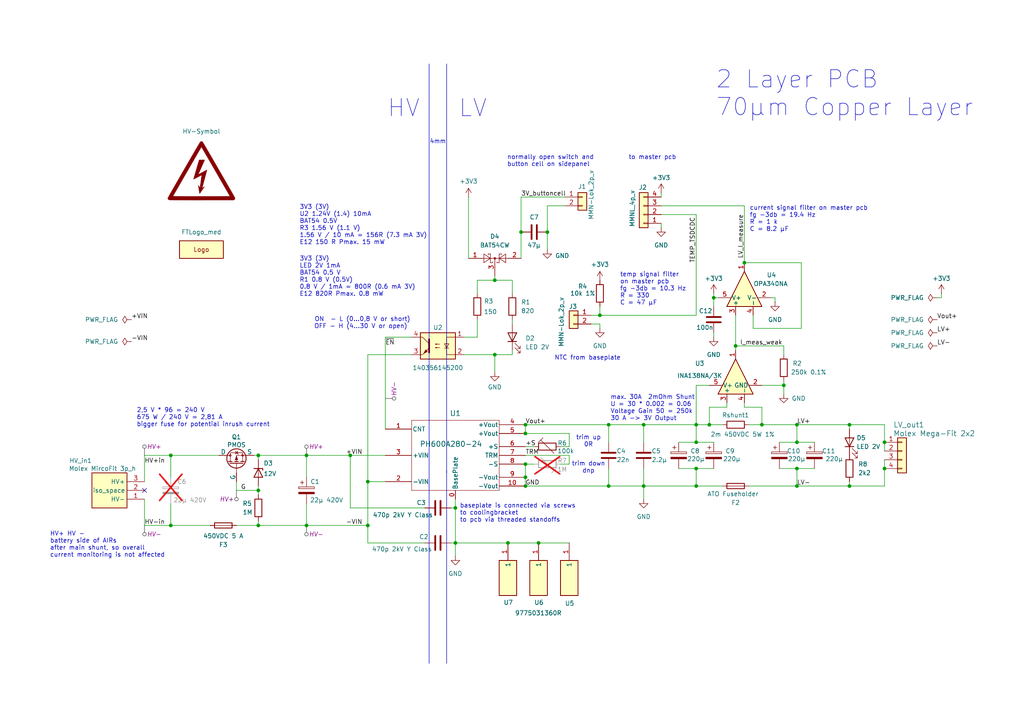
<source format=kicad_sch>
(kicad_sch (version 20231120) (generator "eeschema") (generator_version "8.0")
  (paper "A4")
  (title_block (title "TS-DCDC") (date "2024-12-12") (rev "0.5"))
  (lib_symbols
    (symbol "2024-11-18_21-41-11:PH600A280-24" (pin_names (offset 0.254))
      (property "Reference" "U1" (at 20.32 7.112 0))
      (property "Value" "PH600A280-24" (at 19.05 -1.778 0))
      (symbol "PH600A280-24_1_1"
        (pin passive line (at 20.32 -17.78 90) (length 2.54) (name "BasePlate") (number "0"))
        (pin input line (at 0 2.54 0) (length 7.62) (name "CNT") (number "1"))
        (pin power_out line (at 40.64 -13.97 180) (length 7.62) (name "-Vout") (number "10"))
        (pin power_in line (at 0 -12.7 0) (length 7.62) (name "-VIN") (number "2"))
        (pin power_in line (at 0 -5.08 0) (length 7.62) (name "+VIN") (number "3"))
        (pin power_out line (at 40.64 3.81 180) (length 7.62) (name "+Vout") (number "4"))
        (pin passive line (at 40.64 1.27 180) (length 7.62) (name "+Vout") (number "5"))
        (pin input line (at 40.64 -2.54 180) (length 7.62) (name "+S") (number "6"))
        (pin input line (at 40.64 -5.08 180) (length 7.62) (name "TRM") (number "7"))
        (pin input line (at 40.64 -7.62 180) (length 7.62) (name "-S") (number "8"))
        (pin passive line (at 40.64 -11.43 180) (length 7.62) (name "-Vout") (number "9"))
      )
    )
    (symbol "43650-0317:43650-0317"
      (property "Reference" "HV_in1" (at 18.542 -11.938 0))
      (property "Value" "Molex MircoFit 3p_h" (at 11.43 -9.398 0))
      (symbol "43650-0317_1_1"
        (pin power_out line (at 0 -5.08 0) (length 5.08) (name "HV-") (number "1"))
        (pin passive line (at 0 -2.54 0) (length 5.08) (name "iso_space") (number "2"))
        (pin power_out line (at 0 0 0) (length 5.08) (name "HV+") (number "3"))
      )
    )
    (symbol "9775031360R:9775031360R"
      (property "Reference" "U" (at 16.51 7.62 0))
      (property "Value" "9775031360R" (at 16.51 5.08 0))
      (symbol "9775031360R_1_1"
        (pin passive line (at 0 0 0) (length 5.08) (name "1") (number "1"))
      )
    )
    (symbol "Amplifier_Current:INA138" (pin_names (offset 0.127))
      (property "Reference" "U" (at 3.81 5.08 0))
      (property "Value" "INA138" (at 3.81 2.54 0))
      (symbol "INA138_1_1"
        (pin output line (at 7.62 0 180) (length 2.54) (name "~") (number "1"))
        (pin power_in line (at -2.54 -7.62 90) (length 3.81) (name "GND") (number "2"))
        (pin input line (at -7.62 2.54 0) (length 2.54) (name "+") (number "3"))
        (pin input line (at -7.62 -2.54 0) (length 2.54) (name "-") (number "4"))
        (pin power_in line (at -2.54 7.62 270) (length 3.81) (name "V+") (number "5"))
      )
    )
    (symbol "Amplifier_Operational:OPA340NA" (pin_names (offset 0.127))
      (property "Reference" "U" (at -1.27 6.35 0))
      (property "Value" "OPA340NA" (at -1.27 3.81 0))
      (symbol "OPA340NA_0_1"
        (pin power_in line (at -2.54 -7.62 90) (length 3.81) (name "V-") (number "2"))
        (pin power_in line (at -2.54 7.62 270) (length 3.81) (name "V+") (number "5"))
      )
      (symbol "OPA340NA_1_1"
        (pin output line (at 7.62 0 180) (length 2.54) (name "~") (number "1"))
        (pin input line (at -7.62 2.54 0) (length 2.54) (name "+") (number "3"))
        (pin input line (at -7.62 -2.54 0) (length 2.54) (name "-") (number "4"))
      )
    )
    (symbol "Conn_01x02_1" (pin_names (offset 1.016) hide)
      (property "Reference" "J3" (at -1.016 -5.08 0))
      (property "Value" "MMN-Lok_2p_v" (at 3.556 -7.874 90))
      (symbol "Conn_01x02_1_1_1"
        (pin passive line (at -5.08 -2.54 0) (length 3.81) (name "Pin_1") (number "1"))
        (pin passive line (at -5.08 0 0) (length 3.81) (name "Pin_2") (number "2"))
      )
    )
    (symbol "Conn_01x04_1" (pin_names (offset 1.016) hide)
      (property "Reference" "LV_out1" (at -2.54 7.62 0))
      (property "Value" "Molex Mega-Fit 2x2" (at -2.54 5.08 0))
      (symbol "Conn_01x04_1_1_1"
        (pin power_in line (at -5.08 2.54 0) (length 3.81) (name "Pin_1") (number "1"))
        (pin power_in line (at -5.08 0 0) (length 3.81) (name "Pin_2") (number "2"))
        (pin power_in line (at -5.08 -2.54 0) (length 3.81) (name "Pin_3") (number "3"))
        (pin power_in line (at -5.08 -5.08 0) (length 3.81) (name "Pin_4") (number "4"))
      )
    )
    (symbol "Connector_Generic:Conn_01x02" (pin_names (offset 1.016) hide)
      (property "Reference" "J" (at 0 2.54 0))
      (property "Value" "Conn_01x02" (at 0 -5.08 0))
      (symbol "Conn_01x02_1_1"
        (pin passive line (at -5.08 0 0) (length 3.81) (name "Pin_1") (number "1"))
        (pin passive line (at -5.08 -2.54 0) (length 3.81) (name "Pin_2") (number "2"))
      )
    )
    (symbol "Connector_Generic:Conn_01x04" (pin_names (offset 1.016) hide)
      (property "Reference" "J" (at 0 5.08 0))
      (property "Value" "Conn_01x04" (at 0 -7.62 0))
      (symbol "Conn_01x04_1_1"
        (pin passive line (at -5.08 2.54 0) (length 3.81) (name "Pin_1") (number "1"))
        (pin passive line (at -5.08 0 0) (length 3.81) (name "Pin_2") (number "2"))
        (pin passive line (at -5.08 -2.54 0) (length 3.81) (name "Pin_3") (number "3"))
        (pin passive line (at -5.08 -5.08 0) (length 3.81) (name "Pin_4") (number "4"))
      )
    )
    (symbol "Device:C" (pin_numbers hide) (pin_names (offset 0.254))
      (property "Reference" "C" (at 0.635 2.54 0))
      (property "Value" "C" (at 0.635 -2.54 0))
      (symbol "C_1_1"
        (pin passive line (at 0 3.81 270) (length 2.794) (name "~") (number "1"))
        (pin passive line (at 0 -3.81 90) (length 2.794) (name "~") (number "2"))
      )
    )
    (symbol "Device:C_Polarized" (pin_numbers hide) (pin_names (offset 0.254))
      (property "Reference" "C" (at 0.635 2.54 0))
      (property "Value" "C_Polarized" (at 0.635 -2.54 0))
      (symbol "C_Polarized_1_1"
        (pin passive line (at 0 3.81 270) (length 2.794) (name "~") (number "1"))
        (pin passive line (at 0 -3.81 90) (length 2.794) (name "~") (number "2"))
      )
    )
    (symbol "Device:D_Zener" (pin_numbers hide) (pin_names (offset 1.016) hide)
      (property "Reference" "D" (at 0 2.54 0))
      (property "Value" "D_Zener" (at 0 -2.54 0))
      (symbol "D_Zener_1_1"
        (pin passive line (at -3.81 0 0) (length 2.54) (name "K") (number "1"))
        (pin passive line (at 3.81 0 180) (length 2.54) (name "A") (number "2"))
      )
    )
    (symbol "Device:Fuse" (pin_numbers hide) (pin_names (offset 0))
      (property "Reference" "F" (at 2.032 0 90))
      (property "Value" "Fuse" (at -1.905 0 90))
      (symbol "Fuse_1_1"
        (pin passive line (at 0 3.81 270) (length 1.27) (name "~") (number "1"))
        (pin passive line (at 0 -3.81 90) (length 1.27) (name "~") (number "2"))
      )
    )
    (symbol "Device:LED" (pin_numbers hide) (pin_names (offset 1.016) hide)
      (property "Reference" "D" (at 0 2.54 0))
      (property "Value" "LED" (at 0 -2.54 0))
      (symbol "LED_1_1"
        (pin passive line (at -3.81 0 0) (length 2.54) (name "K") (number "1"))
        (pin passive line (at 3.81 0 180) (length 2.54) (name "A") (number "2"))
      )
    )
    (symbol "Device:R" (pin_numbers hide) (pin_names (offset 0))
      (property "Reference" "R" (at 2.032 0 90))
      (property "Value" "R" (at 0 0 90))
      (symbol "R_1_1"
        (pin passive line (at 0 3.81 270) (length 1.27) (name "~") (number "1"))
        (pin passive line (at 0 -3.81 90) (length 1.27) (name "~") (number "2"))
      )
    )
    (symbol "Device:R_Trim" (pin_numbers hide) (pin_names (offset 0))
      (property "Reference" "R" (at 2.54 -2.54 90))
      (property "Value" "R_Trim" (at -2.54 -0.635 90))
      (symbol "R_Trim_1_1"
        (pin passive line (at 0 3.81 270) (length 1.27) (name "~") (number "1"))
        (pin passive line (at 0 -3.81 90) (length 1.27) (name "~") (number "2"))
      )
    )
    (symbol "Diode:BAT54CW" (pin_names (offset 1.016))
      (property "Reference" "D" (at 0.635 -3.81 0))
      (property "Value" "BAT54CW" (at -6.35 3.175 0))
      (symbol "BAT54CW_1_1"
        (pin passive line (at -7.62 0 0) (length 3.81) (name "~") (number "1"))
        (pin passive line (at 7.62 0 180) (length 3.81) (name "~") (number "2"))
        (pin passive line (at 0 -5.08 90) (length 5.08) (name "~") (number "3"))
      )
    )
    (symbol "FaSTTUBe_logos:FTLogo_med"
      (property "Value" "FTLogo_med" (at 0 -3.81 0))
      (symbol "FTLogo_med_0_0"
        (text "Logo" (at 0 0 0) (effects (font (size 1.27 1.27))))
      )
    )
    (symbol "FaSTTUBe_logos:HV-Symbol" (pin_names (offset 1.016))
      (property "Value" "HV-Symbol" (at 0 -10.16 0))
    )
    (symbol "Fuse_1" (pin_numbers hide) (pin_names (offset 0))
      (property "Reference" "F2" (at 4.826 0 90))
      (property "Value" "ATO Fuseholder" (at 2.286 0.762 90))
      (symbol "Fuse_1_1_1"
        (pin passive line (at 0 3.81 270) (length 1.27) (name "~") (number "1"))
        (pin passive line (at 0 -3.81 90) (length 1.27) (name "~") (number "2"))
      )
    )
    (symbol "Relay_SolidState:34.81-7048"
      (property "Reference" "U2" (at 0 5.334 0))
      (property "Value" "140356145200" (at 0 -6.35 0))
      (symbol "34.81-7048_1_1"
        (pin passive line (at -7.62 2.54 0) (length 2.54) (name "") (number "1"))
        (pin passive line (at -7.62 -2.54 0) (length 2.54) (name "~") (number "2"))
        (pin passive line (at 7.62 -2.54 180) (length 2.54) (name "~") (number "3"))
        (pin passive line (at 7.62 2.54 180) (length 2.54) (name "~") (number "4"))
      )
    )
    (symbol "Simulation_SPICE:PMOS" (pin_numbers hide) (pin_names (offset 0))
      (property "Reference" "Q" (at 5.08 1.27 0))
      (property "Value" "PMOS" (at 5.08 -1.27 0))
      (symbol "PMOS_1_1"
        (pin passive line (at 2.54 5.08 270) (length 2.54) (name "D") (number "1"))
        (pin input line (at -5.08 0 0) (length 2.54) (name "G") (number "2"))
        (pin passive line (at 2.54 -5.08 90) (length 2.54) (name "S") (number "3"))
      )
    )
    (symbol "power:+3V3" (power) (pin_numbers hide) (pin_names (offset 0) hide)
      (property "Value" "+3V3" (at 0 3.556 0))
      (symbol "+3V3_1_1"
        (pin power_in line (at 0 0 90) (length 0) (name "~") (number "1"))
      )
    )
    (symbol "power:GND" (power) (pin_numbers hide) (pin_names (offset 0) hide)
      (property "Value" "GND" (at 0 -3.81 0))
      (symbol "GND_1_1"
        (pin power_in line (at 0 0 270) (length 0) (name "~") (number "1"))
      )
    )
    (symbol "power:PWR_FLAG" (power) (pin_numbers hide) (pin_names (offset 0) hide)
      (property "Value" "PWR_FLAG" (at 0 3.81 0))
      (symbol "PWR_FLAG_0_0"
        (pin power_out line (at 0 0 90) (length 0) (name "~") (number "1"))
      )
    )
  )
  (junction (at 152.4 134.62))
  (junction (at 186.69 123.19))
  (junction (at 207.01 86.36))
  (junction (at 74.93 152.4))
  (junction (at 74.93 142.24))
  (junction (at 106.68 139.7))
  (junction (at 143.51 81.28))
  (junction (at 201.93 128.27))
  (junction (at 213.36 100.33))
  (junction (at 231.14 123.19))
  (junction (at 176.53 123.19))
  (junction (at 151.13 67.31))
  (junction (at 152.4 138.43))
  (junction (at 147.32 157.48))
  (junction (at 201.93 135.89))
  (junction (at 152.4 123.19))
  (junction (at 246.38 123.19))
  (junction (at 49.53 132.08))
  (junction (at 132.08 157.48))
  (junction (at 106.68 152.4))
  (junction (at 152.4 140.97))
  (junction (at 88.9 152.4))
  (junction (at 205.74 123.19))
  (junction (at 201.93 123.19))
  (junction (at 176.53 140.97))
  (junction (at 231.14 128.27))
  (junction (at 88.9 132.08))
  (junction (at 231.14 135.89))
  (junction (at 173.99 91.44))
  (junction (at 158.75 67.31))
  (junction (at 156.21 157.48))
  (junction (at 152.4 125.73))
  (junction (at 201.93 140.97))
  (junction (at 220.98 123.19))
  (junction (at 74.93 132.08))
  (junction (at 256.54 128.27))
  (junction (at 49.53 152.4))
  (junction (at 132.08 147.32))
  (junction (at 186.69 140.97))
  (junction (at 215.9 76.2))
  (junction (at 246.38 140.97))
  (junction (at 101.6 132.08))
  (junction (at 256.54 135.89))
  (junction (at 227.33 111.76))
  (junction (at 143.51 102.87))
  (junction (at 231.14 140.97))
  (no_connect (at 41.91 142.24))
  (wire (pts (xy 231.14 135.89) (xy 231.14 140.97)))
  (wire (pts (xy 231.14 128.27) (xy 236.22 128.27)))
  (wire (pts (xy 41.91 152.4) (xy 41.91 144.78)))
  (wire (pts (xy 176.53 123.19) (xy 176.53 128.27)))
  (wire (pts (xy 176.53 135.89) (xy 176.53 140.97)))
  (wire (pts (xy 111.76 97.79) (xy 111.76 124.46)))
  (wire (pts (xy 158.75 59.69) (xy 158.75 67.31)))
  (wire (pts (xy 148.59 102.87) (xy 148.59 101.6)))
  (wire (pts (xy 201.93 123.19) (xy 205.74 123.19)))
  (wire (pts (xy 152.4 134.62) (xy 154.94 134.62)))
  (wire (pts (xy 226.06 128.27) (xy 231.14 128.27)))
  (wire (pts (xy 201.93 111.76) (xy 205.74 111.76)))
  (wire (pts (xy 143.51 81.28) (xy 143.51 80.01)))
  (wire (pts (xy 73.66 132.08) (xy 74.93 132.08)))
  (wire (pts (xy 273.05 86.36) (xy 271.78 86.36)))
  (wire (pts (xy 106.68 139.7) (xy 111.76 139.7)))
  (wire (pts (xy 151.13 57.15) (xy 163.83 57.15)))
  (wire (pts (xy 132.08 157.48) (xy 130.81 157.48)))
  (wire (pts (xy 106.68 139.7) (xy 106.68 152.4)))
  (wire (pts (xy 201.93 62.23) (xy 201.93 91.44)))
  (wire (pts (xy 173.99 93.98) (xy 171.45 93.98)))
  (wire (pts (xy 138.43 81.28) (xy 138.43 85.09)))
  (wire (pts (xy 132.08 157.48) (xy 147.32 157.48)))
  (wire (pts (xy 205.74 123.19) (xy 209.55 123.19)))
  (wire (pts (xy 165.1 129.54) (xy 162.56 129.54)))
  (wire (pts (xy 134.62 97.79) (xy 138.43 97.79)))
  (wire (pts (xy 207.01 96.52) (xy 207.01 97.79)))
  (wire (pts (xy 201.93 111.76) (xy 201.93 123.19)))
  (wire (pts (xy 210.82 116.84) (xy 210.82 118.11)))
  (wire (pts (xy 210.82 118.11) (xy 205.74 118.11)))
  (wire (pts (xy 135.89 57.15) (xy 135.89 74.93)))
  (wire (pts (xy 74.93 132.08) (xy 88.9 132.08)))
  (wire (pts (xy 218.44 95.25) (xy 232.41 95.25)))
  (wire (pts (xy 165.1 134.62) (xy 165.1 132.08)))
  (wire (pts (xy 227.33 111.76) (xy 227.33 114.3)))
  (wire (pts (xy 152.4 123.19) (xy 176.53 123.19)))
  (polyline (pts (xy 124.46 18.542) (xy 124.46 192.405)))
  (wire (pts (xy 88.9 152.4) (xy 106.68 152.4)))
  (wire (pts (xy 208.28 86.36) (xy 207.01 86.36)))
  (wire (pts (xy 191.77 66.04) (xy 191.77 64.77)))
  (wire (pts (xy 151.13 57.15) (xy 151.13 67.31)))
  (wire (pts (xy 152.4 138.43) (xy 152.4 134.62)))
  (wire (pts (xy 41.91 152.4) (xy 49.53 152.4)))
  (wire (pts (xy 74.93 152.4) (xy 88.9 152.4)))
  (wire (pts (xy 217.17 140.97) (xy 231.14 140.97)))
  (wire (pts (xy 132.08 147.32) (xy 132.08 157.48)))
  (wire (pts (xy 143.51 81.28) (xy 148.59 81.28)))
  (wire (pts (xy 143.51 102.87) (xy 148.59 102.87)))
  (wire (pts (xy 220.98 118.11) (xy 220.98 123.19)))
  (wire (pts (xy 224.79 87.63) (xy 224.79 86.36)))
  (wire (pts (xy 186.69 123.19) (xy 201.93 123.19)))
  (wire (pts (xy 152.4 129.54) (xy 154.94 129.54)))
  (wire (pts (xy 49.53 146.05) (xy 49.53 152.4)))
  (wire (pts (xy 74.93 133.35) (xy 74.93 132.08)))
  (wire (pts (xy 74.93 143.51) (xy 74.93 142.24)))
  (wire (pts (xy 68.58 139.7) (xy 68.58 142.24)))
  (wire (pts (xy 106.68 152.4) (xy 106.68 157.48)))
  (wire (pts (xy 213.36 91.44) (xy 213.36 100.33)))
  (wire (pts (xy 186.69 140.97) (xy 201.93 140.97)))
  (wire (pts (xy 49.53 132.08) (xy 63.5 132.08)))
  (wire (pts (xy 173.99 88.9) (xy 173.99 91.44)))
  (wire (pts (xy 213.36 100.33) (xy 227.33 100.33)))
  (wire (pts (xy 68.58 152.4) (xy 74.93 152.4)))
  (wire (pts (xy 173.99 91.44) (xy 201.93 91.44)))
  (wire (pts (xy 186.69 123.19) (xy 186.69 128.27)))
  (wire (pts (xy 186.69 140.97) (xy 186.69 144.78)))
  (wire (pts (xy 220.98 111.76) (xy 227.33 111.76)))
  (wire (pts (xy 201.93 128.27) (xy 207.01 128.27)))
  (wire (pts (xy 186.69 135.89) (xy 186.69 140.97)))
  (wire (pts (xy 201.93 135.89) (xy 201.93 140.97)))
  (wire (pts (xy 158.75 67.31) (xy 158.75 72.39)))
  (wire (pts (xy 220.98 118.11) (xy 215.9 118.11)))
  (wire (pts (xy 226.06 135.89) (xy 231.14 135.89)))
  (wire (pts (xy 106.68 102.87) (xy 119.38 102.87)))
  (wire (pts (xy 132.08 144.78) (xy 132.08 147.32)))
  (polyline (pts (xy 129.54 136.525) (xy 129.54 192.405)))
  (wire (pts (xy 152.4 123.19) (xy 152.4 125.73)))
  (wire (pts (xy 88.9 132.08) (xy 88.9 138.43)))
  (wire (pts (xy 191.77 57.15) (xy 191.77 55.88)))
  (wire (pts (xy 232.41 76.2) (xy 215.9 76.2)))
  (wire (pts (xy 201.93 140.97) (xy 209.55 140.97)))
  (wire (pts (xy 165.1 125.73) (xy 152.4 125.73)))
  (wire (pts (xy 74.93 142.24) (xy 74.93 140.97)))
  (wire (pts (xy 205.74 118.11) (xy 205.74 123.19)))
  (wire (pts (xy 88.9 132.08) (xy 101.6 132.08)))
  (wire (pts (xy 147.32 157.48) (xy 156.21 157.48)))
  (wire (pts (xy 138.43 81.28) (xy 143.51 81.28)))
  (wire (pts (xy 101.6 132.08) (xy 111.76 132.08)))
  (wire (pts (xy 196.85 128.27) (xy 201.93 128.27)))
  (wire (pts (xy 106.68 102.87) (xy 106.68 139.7)))
  (wire (pts (xy 196.85 135.89) (xy 201.93 135.89)))
  (wire (pts (xy 232.41 95.25) (xy 232.41 76.2)))
  (wire (pts (xy 162.56 134.62) (xy 165.1 134.62)))
  (wire (pts (xy 163.83 59.69) (xy 158.75 59.69)))
  (wire (pts (xy 246.38 124.46) (xy 246.38 123.19)))
  (wire (pts (xy 176.53 123.19) (xy 186.69 123.19)))
  (wire (pts (xy 49.53 152.4) (xy 60.96 152.4)))
  (wire (pts (xy 213.36 100.33) (xy 213.36 101.6)))
  (wire (pts (xy 224.79 86.36) (xy 223.52 86.36)))
  (wire (pts (xy 173.99 91.44) (xy 171.45 91.44)))
  (wire (pts (xy 74.93 151.13) (xy 74.93 152.4)))
  (wire (pts (xy 231.14 135.89) (xy 236.22 135.89)))
  (wire (pts (xy 217.17 123.19) (xy 220.98 123.19)))
  (wire (pts (xy 215.9 59.69) (xy 215.9 76.2)))
  (wire (pts (xy 231.14 140.97) (xy 246.38 140.97)))
  (wire (pts (xy 152.4 140.97) (xy 176.53 140.97)))
  (wire (pts (xy 231.14 123.19) (xy 231.14 128.27)))
  (wire (pts (xy 201.93 135.89) (xy 207.01 135.89)))
  (wire (pts (xy 191.77 59.69) (xy 215.9 59.69)))
  (polyline (pts (xy 129.54 18.542) (xy 129.54 137.16)))
  (wire (pts (xy 123.19 147.32) (xy 101.6 147.32)))
  (wire (pts (xy 152.4 140.97) (xy 152.4 138.43)))
  (wire (pts (xy 143.51 102.87) (xy 143.51 107.95)))
  (wire (pts (xy 256.54 128.27) (xy 256.54 130.81)))
  (wire (pts (xy 256.54 133.35) (xy 256.54 135.89)))
  (wire (pts (xy 246.38 123.19) (xy 256.54 123.19)))
  (wire (pts (xy 68.58 142.24) (xy 74.93 142.24)))
  (wire (pts (xy 176.53 140.97) (xy 186.69 140.97)))
  (wire (pts (xy 148.59 92.71) (xy 148.59 93.98)))
  (wire (pts (xy 173.99 93.98) (xy 173.99 95.25)))
  (wire (pts (xy 215.9 118.11) (xy 215.9 116.84)))
  (wire (pts (xy 152.4 132.08) (xy 165.1 132.08)))
  (wire (pts (xy 138.43 92.71) (xy 138.43 97.79)))
  (wire (pts (xy 256.54 135.89) (xy 256.54 140.97)))
  (wire (pts (xy 151.13 67.31) (xy 151.13 74.93)))
  (wire (pts (xy 246.38 140.97) (xy 256.54 140.97)))
  (wire (pts (xy 148.59 81.28) (xy 148.59 85.09)))
  (wire (pts (xy 165.1 129.54) (xy 165.1 125.73)))
  (wire (pts (xy 246.38 139.7) (xy 246.38 140.97)))
  (wire (pts (xy 132.08 147.32) (xy 130.81 147.32)))
  (wire (pts (xy 132.08 161.29) (xy 132.08 157.48)))
  (wire (pts (xy 101.6 147.32) (xy 101.6 132.08)))
  (wire (pts (xy 49.53 132.08) (xy 49.53 138.43)))
  (wire (pts (xy 273.05 85.09) (xy 273.05 86.36)))
  (wire (pts (xy 106.68 157.48) (xy 123.19 157.48)))
  (wire (pts (xy 111.76 97.79) (xy 119.38 97.79)))
  (wire (pts (xy 165.1 157.48) (xy 156.21 157.48)))
  (wire (pts (xy 227.33 100.33) (xy 227.33 102.87)))
  (wire (pts (xy 220.98 123.19) (xy 231.14 123.19)))
  (wire (pts (xy 41.91 132.08) (xy 49.53 132.08)))
  (wire (pts (xy 207.01 86.36) (xy 207.01 85.09)))
  (wire (pts (xy 41.91 132.08) (xy 41.91 139.7)))
  (wire (pts (xy 256.54 123.19) (xy 256.54 128.27)))
  (wire (pts (xy 207.01 86.36) (xy 207.01 88.9)))
  (wire (pts (xy 227.33 110.49) (xy 227.33 111.76)))
  (wire (pts (xy 143.51 102.87) (xy 134.62 102.87)))
  (wire (pts (xy 231.14 123.19) (xy 246.38 123.19)))
  (wire (pts (xy 201.93 62.23) (xy 191.77 62.23)))
  (wire (pts (xy 218.44 95.25) (xy 218.44 91.44)))
  (wire (pts (xy 88.9 152.4) (xy 88.9 146.05)))
  (wire (pts (xy 201.93 123.19) (xy 201.93 128.27)))
  (text "trim down\ndnp" (at 170.688 135.636 0) (effects (font (size 1.27 1.27))))
  (text "3V3 (3V)\nU2 1.24V (1.4) 10mA\nBAT54 0.5V\nR3 1.56 V (1.1 V)\n1.56 V / 10 mA = 156R (7.3 mA 3V)\nE12 150 R Pmax. 15 mW\n" (at 86.868 65.278 0) (effects (font (size 1.27 1.27)) (justify left)))
  (text " ON  - L (0...0,8 V or short)\nOFF - H (4...30 V or open)" (at 104.648 93.726 0) (effects (font (size 1.27 1.27))))
  (text "max. 30A  2mOhm Shunt \nU = 30 * 0.002 = 0.06\nVoltage Gain 50 = 250k\n30 A -> 3V Output\n" (at 177.038 118.364 0) (effects (font (size 1.27 1.27)) (justify left)))
  (text "trim up\n0R" (at 170.688 128.016 0) (effects (font (size 1.27 1.27))))
  (text "2,5 V * 96 = 240 V\n675 W / 240 V = 2,81 A\nbigger fuse for potential inrush current\n\n" (at 39.624 122.174 0) (effects (font (size 1.27 1.27)) (justify left)))
  (text "current signal filter on master pcb\nfg -3db = 19.4 Hz\nR = 1 k\nC = 8.2 µF\n" (at 217.424 63.5 0) (effects (font (size 1.27 1.27)) (justify left)))
  (text "LV" (at 137.16 31.496 0) (effects (font (size 5 5))))
  (text "4mm" (at 127 41.148 0) (effects (font (size 1.27 1.27))))
  (text "normally open switch and\nbutton cell on sidepanel\n " (at 147.066 44.958 0) (effects (font (size 1.27 1.27)) (justify left top)))
  (text "NTC from baseplate" (at 170.434 103.886 0) (effects (font (size 1.27 1.27))))
  (text "HV" (at 117.094 31.496 0) (effects (font (size 5 5))))
  (text "3V3 (3V)\nLED 2V 1mA\nBAT54 0.5 V \nR1 0.8 V (0.5V)\n0.8 V / 1mA = 800R (0.6 mA 3V)\nE12 820R Pmax. 0.8 mW" (at 86.868 80.264 0) (effects (font (size 1.27 1.27)) (justify left)))
  (text "HV+ HV -\nbattery side of AIRs\nafter main shunt, so overall \ncurrent monitoring is not affected" (at 14.478 157.988 0) (effects (font (size 1.27 1.27)) (justify left)))
  (text "to master pcb" (at 189.23 45.72 0) (effects (font (size 1.27 1.27))))
  (text "baseplate is connected via screws \nto coolingbracket\nto pcb via threaded standoffs\n" (at 133.35 148.844 0) (effects (font (size 1.27 1.27)) (justify left)))
  (text "temp signal filter \non master pcb\nfg -3db = 10.3 Hz\nR = 330\nC = 47 µF" (at 179.832 83.82 0) (effects (font (size 1.27 1.27)) (justify left)))
  (text "2 Layer PCB \n70µm Copper Layer\n" (at 207.518 27.178 0) (effects (font (size 5 5)) (justify left)))
  (label "LV+" (at 231.14 123.19 0))
  (label "+VIN" (at 38.1 92.71 0))
  (label "LV-" (at 231.14 140.97 0))
  (label "GND" (at 152.4 140.97 0))
  (label "TEMP_TSDCDC" (at 201.93 76.2 90))
  (label "LV-" (at 271.78 100.33 0))
  (label "Vout+" (at 271.78 92.71 0))
  (label "G" (at 69.85 142.24 0))
  (label "+S" (at 152.4 129.54 0))
  (label "-VIN" (at 38.1 99.06 0))
  (label "TRM" (at 152.4 132.08 0))
  (label "-VIN" (at 100.33 152.4 0))
  (label "LV_I_measure" (at 215.9 74.93 90))
  (label "HV+in" (at 41.91 134.62 0))
  (label "I_meas_weak" (at 214.63 100.33 0))
  (label "3V_buttoncell" (at 151.13 57.15 0))
  (label "HV-in" (at 41.91 152.4 0))
  (label "~{EN}" (at 111.76 100.33 0))
  (label "Vout+" (at 152.4 123.19 0))
  (label "+VIN" (at 100.33 132.08 0))
  (label "LV+" (at 271.78 96.52 0))
  (netclass_flag "" (length 2.54) (shape round) (at 41.91 132.08 0) (property "Netclass" "HV+" (at 42.6085 129.54 0) (effects (font (italic yes)) (justify left))))
  (netclass_flag "" (length 2.54) (shape round) (at 41.91 152.4 180) (property "Netclass" "HV-" (at 42.6085 154.94 0) (effects (font (italic yes)) (justify left))))
  (netclass_flag "" (length 2.54) (shape round) (at 111.76 115.57 270) (property "Netclass" "HV-" (at 114.3 114.8715 90) (effects (font (italic yes)) (justify left))))
  (netclass_flag "" (length 2.54) (shape round) (at 88.9 132.08 0) (property "Netclass" "HV+" (at 89.5985 129.54 0) (effects (font (italic yes)) (justify left))))
  (netclass_flag "" (length 2.54) (shape round) (at 68.58 142.24 180) (property "Netclass" "HV+" (at 67.8815 144.78 0) (effects (font (italic yes)) (justify right))))
  (netclass_flag "" (length 2.54) (shape round) (at 88.9 152.4 180) (property "Netclass" "HV-" (at 89.5985 154.94 0) (effects (font (italic yes)) (justify left))))
  (symbol (lib_id "9775031360R:9775031360R") (at 165.1 157.48 270) (unit 1)
    (property "Reference" "U5" (at 163.83 175.006 90) (effects (justify left)))
    (property "Value" "9775031360R" (effects (hide yes)))
    (property "Footprint" "9775031360R" (effects (hide yes)))
    (property "Datasheet" "https://www.we-online.com/components/products/datasheet/9775031360R.pdf" (effects (hide yes)))
    (property "Description" "Round Standoff Threaded M3 Steel 0.039\" (1.00mm)" (effects (hide yes)))
    (property "Height" "4.2" (effects (hide yes)))
    (property "Mouser Part Number" "710-9775031360R" (effects (hide yes)))
    (property "Mouser Price/Stock" "https://www.mouser.co.uk/ProductDetail/Wurth-Elektronik/9775031360R?qs=lBTPRtX1sU%252BooRt%2F6rjYpA%3D%3D" (effects (hide yes)))
    (property "Manufacturer_Name" "Wurth Elektronik" (effects (hide yes)))
    (property "Manufacturer_Part_Number" "9775031360R" (effects (hide yes)))
  )
  (symbol (lib_id "Device:LED") (at 148.59 97.79 90) (unit 1)
    (property "Reference" "D2" (at 152.4 98.1074 90) (effects (justify right)))
    (property "Value" "LED 2V" (at 152.4 100.6474 90) (effects (justify right)))
    (property "Footprint" "LED_SMD:LED_0603_1608Metric" (effects (hide yes)))
    (property "Description" "Light emitting diode" (effects (hide yes)))
  )
  (symbol (lib_id "Device:C_Polarized") (at 196.85 132.08 0) (unit 1)
    (property "Reference" "C8" (at 202.946 130.81 0) (effects (justify right)))
    (property "Value" "220µ" (at 204.47 133.096 0) (effects (justify right)))
    (property "Footprint" "Capacitor_THT:CP_Radial_D10.0mm_P5.00mm" (effects (hide yes)))
    (property "Datasheet" "https://mou.sr/3E8B9GR" (effects (hide yes)))
    (property "Description" "Polarized capacitor" (effects (hide yes)))
  )
  (symbol (lib_id "Device:C") (at 176.53 132.08 0) (unit 1)
    (property "Reference" "C4" (at 178.816 130.81 0) (effects (justify left)))
    (property "Value" "22n" (at 178.816 133.35 0) (effects (justify left)))
    (property "Footprint" "Capacitor_SMD:C_1206_3216Metric" (effects (hide yes)))
    (property "Description" "Unpolarized capacitor" (effects (hide yes)))
  )
  (symbol (lib_id "Device:R") (at 74.93 147.32 0) (unit 1)
    (property "Reference" "R5" (at 70.358 146.05 0) (effects (justify left)))
    (property "Value" "1M" (at 70.358 148.59 0) (effects (justify left)))
    (property "Footprint" "Resistor_SMD:R_2010_5025Metric" (effects (hide yes)))
    (property "Description" "Resistor" (effects (hide yes)))
  )
  (symbol (lib_id "Device:R") (at 246.38 135.89 0) (unit 1)
    (property "Reference" "R8" (at 248.92 134.6199 0) (effects (justify left)))
    (property "Value" "2k2" (at 248.92 137.1599 0) (effects (justify left)))
    (property "Footprint" "Resistor_SMD:R_0603_1608Metric" (effects (hide yes)))
    (property "Description" "Resistor" (effects (hide yes)))
  )
  (symbol (lib_id "Connector_Generic:Conn_01x04") (at 186.69 62.23 180) (unit 1)
    (property "Reference" "J2" (at 186.436 54.356 0))
    (property "Value" "MMNL_4p_v" (at 183.388 60.452 90))
    (property "Footprint" "FaSTTUBe_connectors:Micro_Mate-N-Lok_4p_vertical" (effects (hide yes)))
    (property "Description" "Generic connector, single row, 01x04, script generated (kicad-library-utils/schlib/autogen/connector/)" (effects (hide yes)))
  )
  (symbol (lib_id "power:GND") (at 186.69 144.78 0) (unit 1)
    (property "Reference" "#PWR01" (effects (hide yes)))
    (property "Value" "GND" (at 186.69 149.86 0))
    (property "Description" "Power symbol creates a global label with name \"GND\" , ground" (effects (hide yes)))
  )
  (symbol (lib_id "Device:D_Zener") (at 74.93 137.16 270) (unit 1)
    (property "Reference" "D3" (at 76.454 134.366 90) (effects (justify left)))
    (property "Value" "12V" (at 76.454 137.414 90) (effects (justify left)))
    (property "Footprint" "Diode_SMD:D_SOD-323" (effects (hide yes)))
    (property "Datasheet" "https://assets.nexperia.com/documents/data-sheet/PDZ-B_SER.pdf" (effects (hide yes)))
    (property "Description" "Zener diode" (effects (hide yes)))
  )
  (symbol (lib_id "power:PWR_FLAG") (at 38.1 92.71 90) (unit 1)
    (property "Reference" "#FLG02" (effects (hide yes)))
    (property "Value" "PWR_FLAG" (at 34.29 92.7099 90) (effects (justify left)))
    (property "Description" "Special symbol for telling ERC where power comes from" (effects (hide yes)))
  )
  (symbol (lib_id "power:+3V3") (at 191.77 55.88 0) (mirror y) (unit 1)
    (property "Reference" "#PWR05" (effects (hide yes)))
    (property "Value" "+3V3" (at 191.77 51.562 0))
    (property "Description" "Power symbol creates a global label with name \"+3V3\"" (effects (hide yes)))
  )
  (symbol (lib_id "Amplifier_Operational:OPA340NA") (at 215.9 83.82 90) (unit 1)
    (property "Reference" "U4" (at 223.774 79.756 90))
    (property "Value" "OPA340NA" (at 223.52 82.296 90))
    (property "Footprint" "Package_TO_SOT_SMD:SOT-23-5" (effects (hide yes)))
    (property "Datasheet" "http://www.ti.com/lit/ds/symlink/opa340.pdf" (effects (hide yes)))
    (property "Description" "Single Single-Supply, Rail-to-Rail Operational Amplifier, MicroAmplifier Series, SOT-23-5" (effects (hide yes)))
  )
  (symbol (lib_id "Device:C_Polarized") (at 226.06 132.08 0) (unit 1)
    (property "Reference" "C10" (at 232.156 130.81 0) (effects (justify right)))
    (property "Value" "220µ" (at 233.68 133.096 0) (effects (justify right)))
    (property "Footprint" "Capacitor_THT:CP_Radial_D10.0mm_P5.00mm" (effects (hide yes)))
    (property "Datasheet" "https://mou.sr/3E8B9GR" (effects (hide yes)))
    (property "Description" "Polarized capacitor" (effects (hide yes)))
  )
  (symbol (lib_id "Device:LED") (at 246.38 128.27 90) (unit 1)
    (property "Reference" "D5" (at 248.412 127 90) (effects (justify right)))
    (property "Value" "LED 2V" (at 248.412 129.54 90) (effects (justify right)))
    (property "Footprint" "LED_SMD:LED_0603_1608Metric" (effects (hide yes)))
    (property "Description" "Light emitting diode" (effects (hide yes)))
  )
  (symbol (lib_id "Device:C_Polarized") (at 88.9 142.24 0) (unit 1)
    (property "Reference" "C1" (at 92.71 139.7 0) (effects (justify right)))
    (property "Value" "22µ 420V" (at 99.568 145.034 0) (effects (justify right)))
    (property "Footprint" "Capacitor_THT:CP_Radial_D12.5mm_P5.00mm" (effects (hide yes)))
    (property "Datasheet" "https://www.mouser.de/ProductDetail/Chemi-Con/EKXN451ELL220MK16S?qs=eP2BKZSCXI45cEkx%2FZPDFw%3D%3D" (effects (hide yes)))
    (property "Description" "Polarized capacitor" (effects (hide yes)))
  )
  (symbol (lib_id "Device:C") (at 127 157.48 90) (unit 1)
    (property "Reference" "C2" (at 122.936 155.702 90))
    (property "Value" "470p 2kV Y Class" (at 116.586 159.258 90))
    (property "Footprint" "footprints:VY1471M29Y5UC63V0" (effects (hide yes)))
    (property "Datasheet" "https://www.vishay.com/docs/28537/vy1series.pdf" (effects (hide yes)))
    (property "Description" "Unpolarized capacitor" (effects (hide yes)))
  )
  (symbol (lib_id "power:PWR_FLAG") (at 271.78 100.33 90) (unit 1)
    (property "Reference" "#FLG05" (effects (hide yes)))
    (property "Value" "PWR_FLAG" (at 267.97 100.3299 90) (effects (justify left)))
    (property "Description" "Special symbol for telling ERC where power comes from" (effects (hide yes)))
  )
  (symbol (lib_id "Device:C_Polarized") (at 207.01 132.08 0) (unit 1)
    (property "Reference" "C9" (at 213.106 130.81 0) (effects (justify right)))
    (property "Value" "220µ" (at 214.884 133.096 0) (effects (justify right)))
    (property "Footprint" "Capacitor_THT:CP_Radial_D10.0mm_P5.00mm" (effects (hide yes)))
    (property "Datasheet" "https://mou.sr/3E8B9GR" (effects (hide yes)))
    (property "Description" "Polarized capacitor" (effects (hide yes)))
  )
  (symbol (lib_id "9775031360R:9775031360R") (at 156.21 157.48 270) (unit 1)
    (property "Reference" "U6" (at 154.94 174.752 90) (effects (justify left)))
    (property "Value" "9775031360R" (at 149.352 177.8 90) (effects (justify left)))
    (property "Footprint" "9775031360R" (effects (hide yes)))
    (property "Datasheet" "https://www.we-online.com/components/products/datasheet/9775031360R.pdf" (effects (hide yes)))
    (property "Description" "Round Standoff Threaded M3 Steel 0.039\" (1.00mm)" (effects (hide yes)))
    (property "Height" "4.2" (effects (hide yes)))
    (property "Mouser Part Number" "710-9775031360R" (effects (hide yes)))
    (property "Mouser Price/Stock" "https://www.mouser.co.uk/ProductDetail/Wurth-Elektronik/9775031360R?qs=lBTPRtX1sU%252BooRt%2F6rjYpA%3D%3D" (effects (hide yes)))
    (property "Manufacturer_Name" "Wurth Elektronik" (effects (hide yes)))
    (property "Manufacturer_Part_Number" "9775031360R" (effects (hide yes)))
  )
  (symbol (lib_id "Device:R") (at 148.59 88.9 0) (unit 1)
    (property "Reference" "R1" (at 151.13 87.6299 0) (effects (justify left)))
    (property "Value" "820" (at 151.13 90.1699 0) (effects (justify left)))
    (property "Footprint" "Resistor_SMD:R_0603_1608Metric" (effects (hide yes)))
    (property "Description" "Resistor" (effects (hide yes)))
  )
  (symbol (lib_id "power:GND") (at 207.01 97.79 0) (unit 1)
    (property "Reference" "#PWR013" (effects (hide yes)))
    (property "Value" "GND" (at 207.01 102.87 0))
    (property "Description" "Power symbol creates a global label with name \"GND\" , ground" (effects (hide yes)))
  )
  (symbol (lib_id "2024-11-18_21-41-11:PH600A280-24") (at 111.76 127 0) (unit 1)
    (property "Reference" "U1" (at 132.08 119.888 0) (effects (font (size 1.524 1.524))))
    (property "Value" "PH600A280-24" (at 130.81 128.778 0) (effects (font (size 1.524 1.524))))
    (property "Footprint" "footprints:PH300A_thru_PH600A_TDK" (effects (hide yes)))
    (property "Datasheet" "https://product.tdk.com/system/files/dam/doc/product/power/switching-power/dc-dc-converter/catalog/ph-a280_e.pdf" (effects (hide yes)))
  )
  (symbol (lib_id "power:PWR_FLAG") (at 271.78 86.36 90) (unit 1)
    (property "Reference" "#FLG01" (effects (hide yes)))
    (property "Value" "PWR_FLAG" (at 267.97 86.36 90) (effects (justify left)))
    (property "Description" "Special symbol for telling ERC where power comes from" (effects (hide yes)))
  )
  (symbol (lib_id "Device:C") (at 154.94 67.31 90) (unit 1)
    (property "Reference" "C7" (at 154.94 62.992 90))
    (property "Value" "47µ" (at 154.94 71.12 90))
    (property "Footprint" "Capacitor_SMD:C_1210_3225Metric" (effects (hide yes)))
    (property "Description" "Unpolarized capacitor" (effects (hide yes)))
  )
  (symbol (lib_id "power:+3V3") (at 173.99 81.28 0) (mirror y) (unit 1)
    (property "Reference" "#PWR08" (effects (hide yes)))
    (property "Value" "+3V3" (at 173.99 76.708 0))
    (property "Description" "Power symbol creates a global label with name \"+3V3\"" (effects (hide yes)))
  )
  (symbol (lib_id "FaSTTUBe_logos:HV-Symbol") (at 58.42 49.53 0) (unit 1)
    (property "Reference" "#Logo2" (effects (hide yes)))
    (property "Value" "HV-Symbol" (at 58.4225 38.1 0))
    (property "Footprint" "FaSTTUBe_logos:HV-Warning" (effects (hide yes)))
  )
  (symbol (lib_id "Device:C_Polarized") (at 49.53 142.24 0) (unit 1) (dnp yes)
    (property "Reference" "C6" (at 54.102 139.7 0) (effects (justify right)))
    (property "Value" "22µ 420V" (at 59.944 145.034 0) (effects (justify right)))
    (property "Footprint" "Capacitor_THT:CP_Radial_D12.5mm_P5.00mm" (effects (hide yes)))
    (property "Datasheet" "https://www.mouser.de/ProductDetail/Chemi-Con/EKXN451ELL220MK16S?qs=eP2BKZSCXI45cEkx%2FZPDFw%3D%3D" (effects (hide yes)))
    (property "Description" "Polarized capacitor" (effects (hide yes)))
  )
  (symbol (lib_id "power:GND") (at 227.33 114.3 0) (unit 1)
    (property "Reference" "#PWR02" (effects (hide yes)))
    (property "Value" "GND" (at 231.648 115.57 0))
    (property "Description" "Power symbol creates a global label with name \"GND\" , ground" (effects (hide yes)))
  )
  (symbol (lib_id "Device:C_Polarized") (at 236.22 132.08 0) (unit 1)
    (property "Reference" "C11" (at 242.316 130.81 0) (effects (justify right)))
    (property "Value" "220µ" (at 244.602 133.096 0) (effects (justify right)))
    (property "Footprint" "Capacitor_THT:CP_Radial_D10.0mm_P5.00mm" (effects (hide yes)))
    (property "Datasheet" "https://mou.sr/3E8B9GR" (effects (hide yes)))
    (property "Description" "Polarized capacitor" (effects (hide yes)))
  )
  (symbol (lib_id "Device:R_Trim") (at 158.75 134.62 270) (unit 1) (dnp yes)
    (property "Reference" "R7" (at 163.068 133.604 90))
    (property "Value" "1M" (at 163.068 136.144 90))
    (property "Footprint" "Potentiometer_SMD:Potentiometer_Bourns_TC33X_Vertical" (effects (hide yes)))
    (property "Description" "Trimmable resistor (preset resistor)" (effects (hide yes)))
  )
  (symbol (lib_id "power:GND") (at 132.08 161.29 0) (unit 1)
    (property "Reference" "#PWR010" (effects (hide yes)))
    (property "Value" "GND" (at 132.08 166.37 0))
    (property "Description" "Power symbol creates a global label with name \"GND\" , ground" (effects (hide yes)))
  )
  (symbol (lib_id "Relay_SolidState:34.81-7048") (at 127 100.33 0) (mirror y) (unit 1)
    (property "Reference" "U2" (at 127 94.996 0))
    (property "Value" "140356145200" (at 127 106.68 0))
    (property "Footprint" "footprints:SOP254P700X210-4N" (effects (hide yes)))
    (property "Datasheet" "https://www.we-online.com/components/products/datasheet/140356145200.pdf" (effects (hide yes)))
    (property "Description" "Ultra-Slim Solid-State Relay, 0.1A, 48V DC output switching" (effects (hide yes)))
  )
  (symbol (lib_name "Conn_01x04_1") (lib_id "Connector_Generic:Conn_01x04") (at 261.62 130.81 0) (unit 1)
    (property "Reference" "LV_out1" (at 259.08 123.19 0) (effects (font (size 1.524 1.524)) (justify left)))
    (property "Value" "Molex Mega-Fit 2x2" (at 259.08 125.73 0) (effects (font (size 1.524 1.524)) (justify left)))
    (property "Footprint" "footprints:CONN_SD-76825-0100_04_MOL" (effects (hide yes)))
    (property "Datasheet" "https://www.molex.com/en-us/products/part-detail/768250004" (effects (hide yes)))
    (property "Description" "Generic connector, single row, 01x04, script generated (kicad-library-utils/schlib/autogen/connector/)" (effects (hide yes)))
  )
  (symbol (lib_id "Device:Fuse") (at 64.77 152.4 90) (mirror x) (unit 1)
    (property "Reference" "F3" (at 64.77 157.988 90))
    (property "Value" "450VDC 5 A" (at 64.77 155.448 90))
    (property "Footprint" "footprints:0ACG5000TE" (effects (hide yes)))
    (property "Datasheet" "https://www.mouser.de/datasheet/2/643/ds_CP_0ACG_series-2000946.pdf" (effects (hide yes)))
    (property "Description" "Fuse" (effects (hide yes)))
  )
  (symbol (lib_id "power:+3V3") (at 135.89 57.15 0) (unit 1)
    (property "Reference" "#PWR09" (effects (hide yes)))
    (property "Value" "+3V3" (at 135.89 52.578 0))
    (property "Description" "Power symbol creates a global label with name \"+3V3\"" (effects (hide yes)))
  )
  (symbol (lib_id "power:PWR_FLAG") (at 38.1 99.06 90) (unit 1)
    (property "Reference" "#FLG03" (effects (hide yes)))
    (property "Value" "PWR_FLAG" (at 34.29 99.0599 90) (effects (justify left)))
    (property "Description" "Special symbol for telling ERC where power comes from" (effects (hide yes)))
  )
  (symbol (lib_id "9775031360R:9775031360R") (at 147.32 157.48 270) (unit 1)
    (property "Reference" "U7" (at 146.05 174.752 90) (effects (justify left)))
    (property "Value" "9775031360R" (effects (hide yes)))
    (property "Footprint" "9775031360R" (effects (hide yes)))
    (property "Datasheet" "https://www.we-online.com/components/products/datasheet/9775031360R.pdf" (effects (hide yes)))
    (property "Description" "Round Standoff Threaded M3 Steel 0.039\" (1.00mm)" (effects (hide yes)))
    (property "Height" "4.2" (effects (hide yes)))
    (property "Mouser Part Number" "710-9775031360R" (effects (hide yes)))
    (property "Mouser Price/Stock" "https://www.mouser.co.uk/ProductDetail/Wurth-Elektronik/9775031360R?qs=lBTPRtX1sU%252BooRt%2F6rjYpA%3D%3D" (effects (hide yes)))
    (property "Manufacturer_Name" "Wurth Elektronik" (effects (hide yes)))
    (property "Manufacturer_Part_Number" "9775031360R" (effects (hide yes)))
  )
  (symbol (lib_id "power:GND") (at 173.99 95.25 0) (unit 1)
    (property "Reference" "#PWR06" (effects (hide yes)))
    (property "Value" "GND" (at 173.99 100.33 0))
    (property "Description" "Power symbol creates a global label with name \"GND\" , ground" (effects (hide yes)))
  )
  (symbol (lib_id "Device:R") (at 173.99 85.09 0) (unit 1)
    (property "Reference" "R4" (at 167.64 83.058 0) (effects (justify left)))
    (property "Value" "10k 1%" (at 165.354 85.09 0) (effects (justify left)))
    (property "Footprint" "Resistor_SMD:R_0603_1608Metric" (effects (hide yes)))
    (property "Description" "Resistor" (effects (hide yes)))
  )
  (symbol (lib_name "Fuse_1") (lib_id "Device:Fuse") (at 213.36 140.97 90) (mirror x) (unit 1)
    (property "Reference" "F2" (at 213.36 145.796 90))
    (property "Value" "ATO Fuseholder" (at 212.598 143.256 90))
    (property "Footprint" "footprints:01000066Z" (effects (hide yes)))
    (property "Datasheet" "https://www.littelfuse.com/assetdocs/littelfuse_fuseclip_100_datasheet.pdf?assetguid=9960882e-3537-4a71-b411-c6d6ebc326a9" (effects (hide yes)))
    (property "Description" "Fuse" (effects (hide yes)))
  )
  (symbol (lib_id "Device:R") (at 213.36 123.19 90) (unit 1)
    (property "Reference" "Rshunt1" (at 213.36 120.396 90))
    (property "Value" "2m 450VDC 5W 1%" (at 215.392 125.984 90))
    (property "Footprint" "Resistor_SMD:R_2512_6332Metric" (effects (hide yes)))
    (property "Datasheet" "https://www.mouser.de/datasheet/2/54/css2h_2512-1862180.pdf" (effects (hide yes)))
    (property "Description" "Resistor" (effects (hide yes)))
  )
  (symbol (lib_id "power:+3V3") (at 273.05 85.09 0) (mirror y) (unit 1)
    (property "Reference" "#PWR014" (effects (hide yes)))
    (property "Value" "+3V3" (at 273.05 80.772 0))
    (property "Description" "Power symbol creates a global label with name \"+3V3\"" (effects (hide yes)))
  )
  (symbol (lib_id "Diode:BAT54CW") (at 143.51 74.93 0) (unit 1)
    (property "Reference" "D4" (at 143.51 68.58 0))
    (property "Value" "BAT54CW" (at 143.51 71.12 0))
    (property "Footprint" "Package_TO_SOT_SMD:SOT-323_SC-70" (effects (hide yes)))
    (property "Datasheet" "https://assets.nexperia.com/documents/data-sheet/BAT54W_SER.pdf" (effects (hide yes)))
    (property "Description" "Dual schottky barrier diode, common cathode, SOT-323" (effects (hide yes)))
  )
  (symbol (lib_id "Device:C") (at 207.01 92.71 0) (unit 1)
    (property "Reference" "C12" (at 202.692 90.17 0) (effects (justify left)))
    (property "Value" "100n" (at 201.93 94.996 0) (effects (justify left)))
    (property "Footprint" "Capacitor_SMD:C_0603_1608Metric" (effects (hide yes)))
    (property "Description" "Unpolarized capacitor" (effects (hide yes)))
  )
  (symbol (lib_id "Device:C") (at 127 147.32 270) (unit 1)
    (property "Reference" "C3" (at 122.174 145.796 90))
    (property "Value" "470p 2kV Y Class" (at 116.84 149.352 90))
    (property "Footprint" "footprints:VY1471M29Y5UC63V0" (effects (hide yes)))
    (property "Datasheet" "https://www.vishay.com/docs/28537/vy1series.pdf" (effects (hide yes)))
    (property "Description" "Unpolarized capacitor" (effects (hide yes)))
  )
  (symbol (lib_id "Device:R") (at 227.33 106.68 0) (unit 1)
    (property "Reference" "R2" (at 229.87 105.4099 0) (effects (justify left)))
    (property "Value" "250k 0.1%" (at 229.362 107.95 0) (effects (justify left)))
    (property "Footprint" "Resistor_SMD:R_0805_2012Metric" (effects (hide yes)))
    (property "Datasheet" "https://www.mouser.de/datasheet/2/385/SEI_RNCF-3077647.pdf" (effects (hide yes)))
    (property "Description" "Resistor" (effects (hide yes)))
  )
  (symbol (lib_id "FaSTTUBe_logos:FTLogo_med") (at 58.42 72.39 0) (unit 1)
    (property "Reference" "#Logo1" (effects (hide yes)))
    (property "Value" "FTLogo_med" (at 58.42 67.31 0))
    (property "Footprint" "FaSTTUBe_logos:FTLogo_medium" (effects (hide yes)))
  )
  (symbol (lib_id "power:GND") (at 224.79 87.63 0) (unit 1)
    (property "Reference" "#PWR011" (effects (hide yes)))
    (property "Value" "GND" (at 224.79 92.71 0))
    (property "Description" "Power symbol creates a global label with name \"GND\" , ground" (effects (hide yes)))
  )
  (symbol (lib_id "power:+3V3") (at 207.01 85.09 0) (mirror y) (unit 1)
    (property "Reference" "#PWR012" (effects (hide yes)))
    (property "Value" "+3V3" (at 207.01 80.772 0))
    (property "Description" "Power symbol creates a global label with name \"+3V3\"" (effects (hide yes)))
  )
  (symbol (lib_name "Conn_01x02_1") (lib_id "Connector_Generic:Conn_01x02") (at 166.37 93.98 180) (unit 1)
    (property "Reference" "J3" (at 167.386 88.9 0) (effects (justify left)))
    (property "Value" "MMN-Lok_2p_v" (at 162.814 86.106 90) (effects (justify left)))
    (property "Footprint" "FaSTTUBe_connectors:Micro_Mate-N-Lok_2p_vertical" (effects (hide yes)))
    (property "Description" "Generic connector, single row, 01x02, script generated (kicad-library-utils/schlib/autogen/connector/)" (effects (hide yes)))
  )
  (symbol (lib_id "Device:R") (at 138.43 88.9 0) (unit 1)
    (property "Reference" "R3" (at 141.732 87.376 0))
    (property "Value" "150" (at 142.24 90.424 0))
    (property "Footprint" "Resistor_SMD:R_0603_1608Metric" (effects (hide yes)))
    (property "Description" "Resistor" (effects (hide yes)))
  )
  (symbol (lib_id "power:PWR_FLAG") (at 271.78 92.71 90) (unit 1)
    (property "Reference" "#FLG06" (effects (hide yes)))
    (property "Value" "PWR_FLAG" (at 267.97 92.7099 90) (effects (justify left)))
    (property "Description" "Special symbol for telling ERC where power comes from" (effects (hide yes)))
  )
  (symbol (lib_id "power:GND") (at 143.51 107.95 0) (unit 1)
    (property "Reference" "#PWR07" (effects (hide yes)))
    (property "Value" "GND" (at 143.51 112.268 0))
    (property "Description" "Power symbol creates a global label with name \"GND\" , ground" (effects (hide yes)))
  )
  (symbol (lib_id "43650-0317:43650-0317") (at 41.91 139.7 0) (mirror y) (unit 1)
    (property "Reference" "HV_in1" (at 23.368 133.604 0))
    (property "Value" "Molex MircoFit 3p_h" (at 29.718 135.89 0))
    (property "Footprint" "Connector_Molex:Molex_Micro-Fit_3.0_43650-0310_1x03-1MP_P3.00mm_Horizontal_PnP" (effects (hide yes)))
    (property "Datasheet" "https://www.molex.com/en-us/products/part-detail/436500310?display=pdf" (effects (hide yes)))
    (property "Description" "Micro-Fit 3.0 Vertical Header, 3.00mm Pitch, Single Row, 3 Circuits, with PCB Polarizing Peg, Glow-Wire Capable, Black" (effects (hide yes)))
    (property "Height" "9.9" (effects (hide yes)))
    (property "Mouser Part Number" "538-43650-0317" (effects (hide yes)))
    (property "Mouser Price/Stock" "https://www.mouser.co.uk/ProductDetail/Molex/43650-0317?qs=Nb99Pa9xYq%2Fi%252B%2FVbiejqUg%3D%3D" (effects (hide yes)))
    (property "Manufacturer_Name" "Molex" (effects (hide yes)))
    (property "Manufacturer_Part_Number" "43650-0317" (effects (hide yes)))
  )
  (symbol (lib_id "power:GND") (at 158.75 72.39 0) (unit 1)
    (property "Reference" "#PWR04" (effects (hide yes)))
    (property "Value" "GND" (at 163.068 74.168 0))
    (property "Description" "Power symbol creates a global label with name \"GND\" , ground" (effects (hide yes)))
  )
  (symbol (lib_id "Simulation_SPICE:PMOS") (at 68.58 134.62 90) (unit 1)
    (property "Reference" "Q1" (at 68.58 126.746 90))
    (property "Value" "PMOS" (at 68.58 129.032 90))
    (property "Footprint" "Package_TO_SOT_SMD:TO-263-2_TabPin1" (effects (hide yes)))
    (property "Datasheet" "https://www.mouser.de/datasheet/2/240/Littelfuse_Discrete_MOSFETs_P_Channel_IXT_10P50P_D-1622554.pdf" (effects (hide yes)))
    (property "Description" "P-MOSFET transistor, drain/source/gate" (effects (hide yes)))
    (property "Sim.Device" "PMOS" (effects (hide yes)))
    (property "Sim.Type" "VDMOS" (effects (hide yes)))
    (property "Sim.Pins" "1=D 2=G 3=S" (effects (hide yes)))
  )
  (symbol (lib_id "power:PWR_FLAG") (at 271.78 96.52 90) (unit 1)
    (property "Reference" "#FLG04" (effects (hide yes)))
    (property "Value" "PWR_FLAG" (at 267.97 96.5199 90) (effects (justify left)))
    (property "Description" "Special symbol for telling ERC where power comes from" (effects (hide yes)))
  )
  (symbol (lib_id "Amplifier_Current:INA138") (at 213.36 109.22 90) (unit 1)
    (property "Reference" "U3" (at 202.946 105.41 90))
    (property "Value" "INA138NA/3K" (at 202.946 108.966 90))
    (property "Footprint" "Package_TO_SOT_SMD:SOT-23-5" (effects (hide yes)))
    (property "Datasheet" "https://www.ti.com/lit/ds/symlink/ina138.pdf?ts=1734802735399&ref_url=https%253A%252F%252Fwww.mouser.de%252F" (effects (hide yes)))
    (property "Description" "High-Side Measurement Current Shunt Monitor, 36V, SOT-23-5" (effects (hide yes)))
  )
  (symbol (lib_id "Device:R_Trim") (at 158.75 129.54 90) (unit 1)
    (property "Reference" "R6" (at 163.068 128.524 90))
    (property "Value" "100k" (at 164.084 130.81 90))
    (property "Footprint" "Potentiometer_SMD:Potentiometer_Bourns_TC33X_Vertical" (effects (hide yes)))
    (property "Datasheet" "https://eu.mouser.com/ProductDetail/Bourns/TC33X-2-104E?qs=2hAPiALdQ0llyX8B3WfcDg%3D%3D" (effects (hide yes)))
    (property "Description" "Trimmable resistor (preset resistor)" (effects (hide yes)))
  )
  (symbol (lib_id "Connector_Generic:Conn_01x02") (at 168.91 57.15 0) (unit 1)
    (property "Reference" "J1" (at 167.64 54.102 0) (effects (justify left)))
    (property "Value" "MMN-Lok_2p_v" (at 171.45 63.754 90) (effects (justify left)))
    (property "Footprint" "FaSTTUBe_connectors:Micro_Mate-N-Lok_2p_vertical" (effects (hide yes)))
    (property "Description" "Generic connector, single row, 01x02, script generated (kicad-library-utils/schlib/autogen/connector/)" (effects (hide yes)))
  )
  (symbol (lib_id "Device:C") (at 186.69 132.08 0) (unit 1)
    (property "Reference" "C5" (at 188.976 130.81 0) (effects (justify left)))
    (property "Value" "2.2µ" (at 188.976 133.35 0) (effects (justify left)))
    (property "Footprint" "Capacitor_SMD:C_0603_1608Metric" (effects (hide yes)))
    (property "Description" "Unpolarized capacitor" (effects (hide yes)))
  )
  (symbol (lib_id "power:GND") (at 191.77 66.04 0) (mirror y) (unit 1)
    (property "Reference" "#PWR03" (effects (hide yes)))
    (property "Value" "GND" (at 191.77 71.12 0))
    (property "Description" "Power symbol creates a global label with name \"GND\" , ground" (effects (hide yes)))
  )
)
</source>
